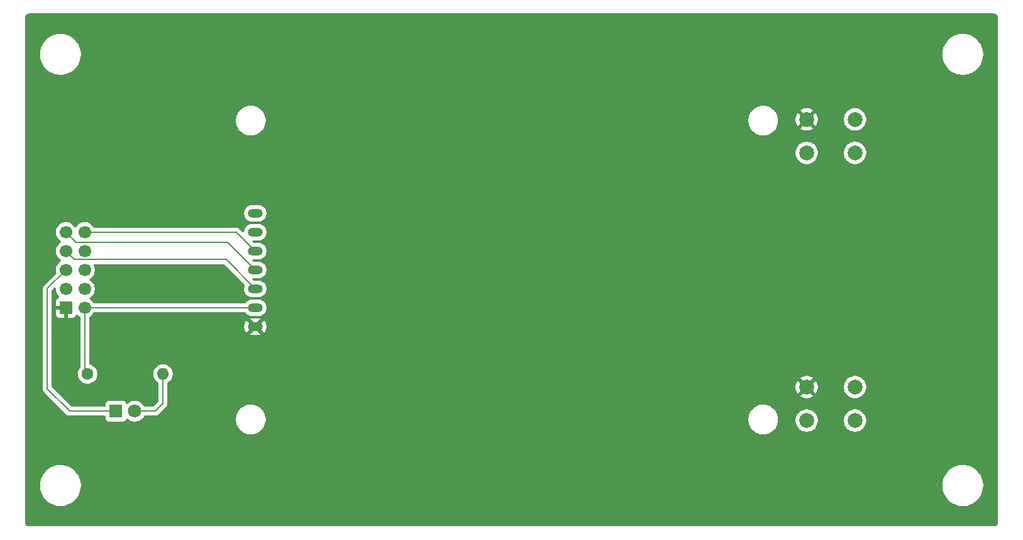
<source format=gbr>
%TF.GenerationSoftware,KiCad,Pcbnew,9.0.3*%
%TF.CreationDate,2025-08-15T10:31:11+02:00*%
%TF.ProjectId,Displaypanel,44697370-6c61-4797-9061-6e656c2e6b69,rev?*%
%TF.SameCoordinates,Original*%
%TF.FileFunction,Copper,L1,Top*%
%TF.FilePolarity,Positive*%
%FSLAX46Y46*%
G04 Gerber Fmt 4.6, Leading zero omitted, Abs format (unit mm)*
G04 Created by KiCad (PCBNEW 9.0.3) date 2025-08-15 10:31:11*
%MOMM*%
%LPD*%
G01*
G04 APERTURE LIST*
%TA.AperFunction,ComponentPad*%
%ADD10O,2.000000X1.200000*%
%TD*%
%TA.AperFunction,ComponentPad*%
%ADD11R,1.800000X1.800000*%
%TD*%
%TA.AperFunction,ComponentPad*%
%ADD12C,1.800000*%
%TD*%
%TA.AperFunction,ComponentPad*%
%ADD13C,2.000000*%
%TD*%
%TA.AperFunction,ComponentPad*%
%ADD14C,1.600000*%
%TD*%
%TA.AperFunction,ComponentPad*%
%ADD15O,1.600000X1.600000*%
%TD*%
%TA.AperFunction,ComponentPad*%
%ADD16R,1.700000X1.700000*%
%TD*%
%TA.AperFunction,ComponentPad*%
%ADD17C,1.700000*%
%TD*%
%TA.AperFunction,Conductor*%
%ADD18C,0.200000*%
%TD*%
G04 APERTURE END LIST*
D10*
%TO.P,U1,1,GND*%
%TO.N,GND*%
X113490000Y-100620000D03*
%TO.P,U1,2,VCC*%
%TO.N,VCC*%
X113490000Y-98080000D03*
%TO.P,U1,3,SCL*%
%TO.N,SCL*%
X113490000Y-95540000D03*
%TO.P,U1,4,SDA*%
%TO.N,SDA*%
X113490000Y-93000000D03*
%TO.P,U1,5,RES*%
%TO.N,RST*%
X113490000Y-90460000D03*
%TO.P,U1,6,DC*%
%TO.N,DC*%
X113490000Y-87920000D03*
%TO.P,U1,7,CS*%
%TO.N,CS*%
X113490000Y-85380000D03*
%TD*%
D11*
%TO.P,D1,1,K*%
%TO.N,STATE*%
X94730000Y-112000000D03*
D12*
%TO.P,D1,2,A*%
%TO.N,Net-(D1-A)*%
X97270000Y-112000000D03*
%TD*%
D13*
%TO.P,SW2,1,1*%
%TO.N,GND*%
X187750000Y-72750000D03*
%TO.P,SW2,2,2*%
%TO.N,Reset*%
X187750000Y-77250000D03*
%TO.P,SW2,3,3*%
%TO.N,unconnected-(SW2-Pad3)*%
X194250000Y-72750000D03*
%TO.P,SW2,4,4*%
%TO.N,unconnected-(SW2-Pad4)*%
X194250000Y-77250000D03*
%TD*%
%TO.P,SW1,1,1*%
%TO.N,GND*%
X187750000Y-108750000D03*
%TO.P,SW1,2,2*%
%TO.N,MODE*%
X187750000Y-113250000D03*
%TO.P,SW1,3,3*%
%TO.N,unconnected-(SW1-Pad3)*%
X194250000Y-108750000D03*
%TO.P,SW1,4,4*%
%TO.N,unconnected-(SW1-Pad4)*%
X194250000Y-113250000D03*
%TD*%
D14*
%TO.P,R1,1*%
%TO.N,VCC*%
X90920000Y-107000000D03*
D15*
%TO.P,R1,2*%
%TO.N,Net-(D1-A)*%
X101080000Y-107000000D03*
%TD*%
D16*
%TO.P,J1,1,Pin_1*%
%TO.N,GND*%
X88000000Y-98080000D03*
D17*
%TO.P,J1,2,Pin_2*%
%TO.N,VCC*%
X90540000Y-98080000D03*
%TO.P,J1,3,Pin_3*%
%TO.N,MODE*%
X88000000Y-95540000D03*
%TO.P,J1,4,Pin_4*%
%TO.N,Reset*%
X90540000Y-95540000D03*
%TO.P,J1,5,Pin_5*%
%TO.N,STATE*%
X88000000Y-93000000D03*
%TO.P,J1,6,Pin_6*%
%TO.N,CS*%
X90540000Y-93000000D03*
%TO.P,J1,7,Pin_7*%
%TO.N,SCL*%
X88000000Y-90460000D03*
%TO.P,J1,8,Pin_8*%
%TO.N,DC*%
X90540000Y-90460000D03*
%TO.P,J1,9,Pin_9*%
%TO.N,SDA*%
X88000000Y-87920000D03*
%TO.P,J1,10,Pin_10*%
%TO.N,RST*%
X90540000Y-87920000D03*
%TD*%
D18*
%TO.N,Net-(D1-A)*%
X101080000Y-107000000D02*
X101080000Y-110920000D01*
X101080000Y-110920000D02*
X100000000Y-112000000D01*
X100000000Y-112000000D02*
X97270000Y-112000000D01*
%TO.N,STATE*%
X85500000Y-109000000D02*
X88500000Y-112000000D01*
X88000000Y-93000000D02*
X85500000Y-95500000D01*
X88500000Y-112000000D02*
X94730000Y-112000000D01*
X85500000Y-95500000D02*
X85500000Y-109000000D01*
%TO.N,RST*%
X110950000Y-87920000D02*
X90540000Y-87920000D01*
X113490000Y-90460000D02*
X110950000Y-87920000D01*
%TO.N,SDA*%
X89389000Y-89309000D02*
X109799000Y-89309000D01*
X88000000Y-87920000D02*
X89389000Y-89309000D01*
X109799000Y-89309000D02*
X113490000Y-93000000D01*
%TO.N,VCC*%
X90540000Y-106620000D02*
X90920000Y-107000000D01*
X113490000Y-98080000D02*
X90540000Y-98080000D01*
X90540000Y-98080000D02*
X90540000Y-106620000D01*
%TO.N,SCL*%
X109561000Y-91611000D02*
X109000000Y-91611000D01*
X89151000Y-91611000D02*
X88000000Y-90460000D01*
X113490000Y-95540000D02*
X109561000Y-91611000D01*
X89151000Y-91611000D02*
X109000000Y-91611000D01*
%TD*%
%TA.AperFunction,Conductor*%
%TO.N,GND*%
G36*
X213006912Y-58501278D02*
G01*
X213097272Y-58511460D01*
X213124332Y-58517637D01*
X213203538Y-58545352D01*
X213228548Y-58557396D01*
X213299605Y-58602044D01*
X213321311Y-58619355D01*
X213380643Y-58678687D01*
X213397956Y-58700396D01*
X213442601Y-58771448D01*
X213454648Y-58796465D01*
X213482361Y-58875663D01*
X213488540Y-58902735D01*
X213498719Y-58993077D01*
X213499499Y-59006960D01*
X213499500Y-126934108D01*
X213499500Y-126993038D01*
X213498720Y-127006923D01*
X213488540Y-127097264D01*
X213482362Y-127124333D01*
X213454648Y-127203537D01*
X213442600Y-127228555D01*
X213397957Y-127299604D01*
X213380644Y-127321313D01*
X213321313Y-127380644D01*
X213299604Y-127397957D01*
X213228555Y-127442600D01*
X213203537Y-127454648D01*
X213124333Y-127482362D01*
X213097264Y-127488540D01*
X213017075Y-127497576D01*
X213006921Y-127498720D01*
X212993038Y-127499500D01*
X83006962Y-127499500D01*
X82993078Y-127498720D01*
X82980553Y-127497308D01*
X82902735Y-127488540D01*
X82875666Y-127482362D01*
X82796462Y-127454648D01*
X82771444Y-127442600D01*
X82700395Y-127397957D01*
X82678686Y-127380644D01*
X82619355Y-127321313D01*
X82602042Y-127299604D01*
X82557399Y-127228555D01*
X82545351Y-127203537D01*
X82517637Y-127124333D01*
X82511459Y-127097263D01*
X82501280Y-127006922D01*
X82500500Y-126993038D01*
X82500500Y-121845527D01*
X84499478Y-121845527D01*
X84499478Y-122154472D01*
X84534064Y-122461441D01*
X84534067Y-122461455D01*
X84602810Y-122762641D01*
X84602814Y-122762653D01*
X84704842Y-123054231D01*
X84704848Y-123054245D01*
X84838884Y-123332573D01*
X84838886Y-123332576D01*
X85003247Y-123594156D01*
X85195863Y-123835689D01*
X85414311Y-124054137D01*
X85655844Y-124246753D01*
X85917424Y-124411114D01*
X86195762Y-124545155D01*
X86195768Y-124545157D01*
X86487346Y-124647185D01*
X86487358Y-124647189D01*
X86788544Y-124715933D01*
X86788553Y-124715934D01*
X86788558Y-124715935D01*
X86993204Y-124738992D01*
X87095528Y-124750521D01*
X87095531Y-124750522D01*
X87095534Y-124750522D01*
X87404469Y-124750522D01*
X87404470Y-124750521D01*
X87561356Y-124732844D01*
X87711441Y-124715935D01*
X87711444Y-124715934D01*
X87711456Y-124715933D01*
X88012642Y-124647189D01*
X88304238Y-124545155D01*
X88582576Y-124411114D01*
X88844156Y-124246753D01*
X89085689Y-124054137D01*
X89304137Y-123835689D01*
X89496753Y-123594156D01*
X89661114Y-123332576D01*
X89795155Y-123054238D01*
X89897189Y-122762642D01*
X89965933Y-122461456D01*
X89979470Y-122341315D01*
X90000521Y-122154472D01*
X90000522Y-122154468D01*
X90000522Y-121845531D01*
X90000521Y-121845527D01*
X205999478Y-121845527D01*
X205999478Y-122154472D01*
X206034064Y-122461441D01*
X206034067Y-122461455D01*
X206102810Y-122762641D01*
X206102814Y-122762653D01*
X206204842Y-123054231D01*
X206204848Y-123054245D01*
X206338884Y-123332573D01*
X206338886Y-123332576D01*
X206503247Y-123594156D01*
X206695863Y-123835689D01*
X206914311Y-124054137D01*
X207155844Y-124246753D01*
X207417424Y-124411114D01*
X207695762Y-124545155D01*
X207695768Y-124545157D01*
X207987346Y-124647185D01*
X207987358Y-124647189D01*
X208288544Y-124715933D01*
X208288553Y-124715934D01*
X208288558Y-124715935D01*
X208493204Y-124738992D01*
X208595528Y-124750521D01*
X208595531Y-124750522D01*
X208595534Y-124750522D01*
X208904469Y-124750522D01*
X208904470Y-124750521D01*
X209061356Y-124732844D01*
X209211441Y-124715935D01*
X209211444Y-124715934D01*
X209211456Y-124715933D01*
X209512642Y-124647189D01*
X209804238Y-124545155D01*
X210082576Y-124411114D01*
X210344156Y-124246753D01*
X210585689Y-124054137D01*
X210804137Y-123835689D01*
X210996753Y-123594156D01*
X211161114Y-123332576D01*
X211295155Y-123054238D01*
X211397189Y-122762642D01*
X211465933Y-122461456D01*
X211479470Y-122341315D01*
X211500521Y-122154472D01*
X211500522Y-122154468D01*
X211500522Y-121845531D01*
X211500521Y-121845527D01*
X211465935Y-121538558D01*
X211465934Y-121538553D01*
X211465933Y-121538544D01*
X211397189Y-121237358D01*
X211295155Y-120945762D01*
X211161114Y-120667424D01*
X210996753Y-120405844D01*
X210804137Y-120164311D01*
X210585689Y-119945863D01*
X210344156Y-119753247D01*
X210082576Y-119588886D01*
X210082573Y-119588884D01*
X209804245Y-119454848D01*
X209804231Y-119454842D01*
X209512653Y-119352814D01*
X209512641Y-119352810D01*
X209280199Y-119299757D01*
X209211456Y-119284067D01*
X209211453Y-119284066D01*
X209211441Y-119284064D01*
X208904472Y-119249478D01*
X208904466Y-119249478D01*
X208595534Y-119249478D01*
X208595527Y-119249478D01*
X208288558Y-119284064D01*
X208288544Y-119284067D01*
X207987358Y-119352810D01*
X207987346Y-119352814D01*
X207695768Y-119454842D01*
X207695754Y-119454848D01*
X207417426Y-119588884D01*
X207155845Y-119753246D01*
X206914311Y-119945862D01*
X206695862Y-120164311D01*
X206503246Y-120405845D01*
X206338884Y-120667426D01*
X206204848Y-120945754D01*
X206204842Y-120945768D01*
X206102814Y-121237346D01*
X206102810Y-121237358D01*
X206034067Y-121538544D01*
X206034064Y-121538558D01*
X205999478Y-121845527D01*
X90000521Y-121845527D01*
X89965935Y-121538558D01*
X89965934Y-121538553D01*
X89965933Y-121538544D01*
X89897189Y-121237358D01*
X89795155Y-120945762D01*
X89661114Y-120667424D01*
X89496753Y-120405844D01*
X89304137Y-120164311D01*
X89085689Y-119945863D01*
X88844156Y-119753247D01*
X88582576Y-119588886D01*
X88582573Y-119588884D01*
X88304245Y-119454848D01*
X88304231Y-119454842D01*
X88012653Y-119352814D01*
X88012641Y-119352810D01*
X87780199Y-119299757D01*
X87711456Y-119284067D01*
X87711453Y-119284066D01*
X87711441Y-119284064D01*
X87404472Y-119249478D01*
X87404466Y-119249478D01*
X87095534Y-119249478D01*
X87095527Y-119249478D01*
X86788558Y-119284064D01*
X86788544Y-119284067D01*
X86487358Y-119352810D01*
X86487346Y-119352814D01*
X86195768Y-119454842D01*
X86195754Y-119454848D01*
X85917426Y-119588884D01*
X85655845Y-119753246D01*
X85414311Y-119945862D01*
X85195862Y-120164311D01*
X85003246Y-120405845D01*
X84838884Y-120667426D01*
X84704848Y-120945754D01*
X84704842Y-120945768D01*
X84602814Y-121237346D01*
X84602810Y-121237358D01*
X84534067Y-121538544D01*
X84534064Y-121538558D01*
X84499478Y-121845527D01*
X82500500Y-121845527D01*
X82500500Y-109079054D01*
X84899498Y-109079054D01*
X84899499Y-109079057D01*
X84940423Y-109231785D01*
X84940424Y-109231787D01*
X84940423Y-109231787D01*
X84949553Y-109247599D01*
X84949554Y-109247600D01*
X85019477Y-109368712D01*
X85019481Y-109368717D01*
X85138349Y-109487585D01*
X85138354Y-109487589D01*
X88131284Y-112480520D01*
X88131286Y-112480521D01*
X88131290Y-112480524D01*
X88268209Y-112559573D01*
X88268216Y-112559577D01*
X88420943Y-112600501D01*
X88420945Y-112600501D01*
X88586654Y-112600501D01*
X88586670Y-112600500D01*
X93205501Y-112600500D01*
X93272540Y-112620185D01*
X93318295Y-112672989D01*
X93329501Y-112724500D01*
X93329501Y-112947876D01*
X93335908Y-113007483D01*
X93386202Y-113142328D01*
X93386206Y-113142335D01*
X93472452Y-113257544D01*
X93472455Y-113257547D01*
X93587664Y-113343793D01*
X93587671Y-113343797D01*
X93722517Y-113394091D01*
X93722516Y-113394091D01*
X93729444Y-113394835D01*
X93782127Y-113400500D01*
X95677872Y-113400499D01*
X95737483Y-113394091D01*
X95872331Y-113343796D01*
X95987546Y-113257546D01*
X96073796Y-113142331D01*
X96101429Y-113068243D01*
X96103601Y-113062420D01*
X96145471Y-113006486D01*
X96210936Y-112982068D01*
X96279209Y-112996919D01*
X96307464Y-113018071D01*
X96357636Y-113068243D01*
X96357641Y-113068247D01*
X96445256Y-113131902D01*
X96535978Y-113197815D01*
X96664375Y-113263237D01*
X96732393Y-113297895D01*
X96732396Y-113297896D01*
X96837221Y-113331955D01*
X96942049Y-113366015D01*
X97159778Y-113400500D01*
X97159779Y-113400500D01*
X97380221Y-113400500D01*
X97380222Y-113400500D01*
X97597951Y-113366015D01*
X97807606Y-113297895D01*
X98004022Y-113197815D01*
X98182365Y-113068242D01*
X98281939Y-112968668D01*
X110886170Y-112968668D01*
X110886170Y-113231331D01*
X110886171Y-113231348D01*
X110920454Y-113491756D01*
X110920455Y-113491761D01*
X110920456Y-113491767D01*
X110985948Y-113736189D01*
X110988441Y-113745492D01*
X111088958Y-113988164D01*
X111088966Y-113988180D01*
X111152372Y-114098001D01*
X111220301Y-114215657D01*
X111220303Y-114215660D01*
X111220304Y-114215661D01*
X111380206Y-114424050D01*
X111380212Y-114424057D01*
X111565942Y-114609787D01*
X111565949Y-114609793D01*
X111570289Y-114613123D01*
X111774343Y-114769699D01*
X111920547Y-114854110D01*
X112001819Y-114901033D01*
X112001835Y-114901041D01*
X112132756Y-114955270D01*
X112244508Y-115001559D01*
X112498233Y-115069544D01*
X112758662Y-115103830D01*
X112758669Y-115103830D01*
X113021331Y-115103830D01*
X113021338Y-115103830D01*
X113281767Y-115069544D01*
X113535492Y-115001559D01*
X113726261Y-114922539D01*
X113778164Y-114901041D01*
X113778167Y-114901039D01*
X113778173Y-114901037D01*
X114005657Y-114769699D01*
X114214052Y-114609792D01*
X114399792Y-114424052D01*
X114559699Y-114215657D01*
X114691037Y-113988173D01*
X114691214Y-113987747D01*
X114712539Y-113936261D01*
X114791559Y-113745492D01*
X114859544Y-113491767D01*
X114893830Y-113231338D01*
X114893830Y-112971998D01*
X179886170Y-112971998D01*
X179886170Y-113234661D01*
X179886171Y-113234678D01*
X179920454Y-113495086D01*
X179920455Y-113495091D01*
X179920456Y-113495097D01*
X179920457Y-113495099D01*
X179988441Y-113748822D01*
X180088958Y-113991494D01*
X180088966Y-113991510D01*
X180152372Y-114101331D01*
X180220301Y-114218987D01*
X180220303Y-114218990D01*
X180220304Y-114218991D01*
X180380206Y-114427380D01*
X180380212Y-114427387D01*
X180565942Y-114613117D01*
X180565948Y-114613122D01*
X180774343Y-114773029D01*
X180920547Y-114857440D01*
X181001819Y-114904363D01*
X181001835Y-114904371D01*
X181132756Y-114958600D01*
X181244508Y-115004889D01*
X181498233Y-115072874D01*
X181758662Y-115107160D01*
X181758669Y-115107160D01*
X182021331Y-115107160D01*
X182021338Y-115107160D01*
X182281767Y-115072874D01*
X182535492Y-115004889D01*
X182726261Y-114925869D01*
X182778164Y-114904371D01*
X182778167Y-114904369D01*
X182778173Y-114904367D01*
X183005657Y-114773029D01*
X183214052Y-114613122D01*
X183399792Y-114427382D01*
X183559699Y-114218987D01*
X183691037Y-113991503D01*
X183692414Y-113988180D01*
X183759592Y-113825996D01*
X183791559Y-113748822D01*
X183859544Y-113495097D01*
X183893830Y-113234668D01*
X183893830Y-113131902D01*
X186249500Y-113131902D01*
X186249500Y-113368097D01*
X186286446Y-113601368D01*
X186359433Y-113825996D01*
X186466657Y-114036433D01*
X186605483Y-114227510D01*
X186772490Y-114394517D01*
X186963567Y-114533343D01*
X187062991Y-114584002D01*
X187174003Y-114640566D01*
X187174005Y-114640566D01*
X187174008Y-114640568D01*
X187294412Y-114679689D01*
X187398631Y-114713553D01*
X187631903Y-114750500D01*
X187631908Y-114750500D01*
X187868097Y-114750500D01*
X188101368Y-114713553D01*
X188325992Y-114640568D01*
X188536433Y-114533343D01*
X188727510Y-114394517D01*
X188894517Y-114227510D01*
X189033343Y-114036433D01*
X189140568Y-113825992D01*
X189213553Y-113601368D01*
X189218089Y-113572731D01*
X189250500Y-113368097D01*
X189250500Y-113131902D01*
X192749500Y-113131902D01*
X192749500Y-113368097D01*
X192786446Y-113601368D01*
X192859433Y-113825996D01*
X192966657Y-114036433D01*
X193105483Y-114227510D01*
X193272490Y-114394517D01*
X193463567Y-114533343D01*
X193562991Y-114584002D01*
X193674003Y-114640566D01*
X193674005Y-114640566D01*
X193674008Y-114640568D01*
X193794412Y-114679689D01*
X193898631Y-114713553D01*
X194131903Y-114750500D01*
X194131908Y-114750500D01*
X194368097Y-114750500D01*
X194601368Y-114713553D01*
X194825992Y-114640568D01*
X195036433Y-114533343D01*
X195227510Y-114394517D01*
X195394517Y-114227510D01*
X195533343Y-114036433D01*
X195640568Y-113825992D01*
X195713553Y-113601368D01*
X195718089Y-113572731D01*
X195750500Y-113368097D01*
X195750500Y-113131902D01*
X195713553Y-112898631D01*
X195656974Y-112724500D01*
X195640568Y-112674008D01*
X195640566Y-112674005D01*
X195640566Y-112674003D01*
X195533342Y-112463566D01*
X195394517Y-112272490D01*
X195227510Y-112105483D01*
X195036433Y-111966657D01*
X194825996Y-111859433D01*
X194601368Y-111786446D01*
X194368097Y-111749500D01*
X194368092Y-111749500D01*
X194131908Y-111749500D01*
X194131903Y-111749500D01*
X193898631Y-111786446D01*
X193674003Y-111859433D01*
X193463566Y-111966657D01*
X193354550Y-112045862D01*
X193272490Y-112105483D01*
X193272488Y-112105485D01*
X193272487Y-112105485D01*
X193105485Y-112272487D01*
X193105485Y-112272488D01*
X193105483Y-112272490D01*
X193067476Y-112324802D01*
X192966657Y-112463566D01*
X192859433Y-112674003D01*
X192786446Y-112898631D01*
X192749500Y-113131902D01*
X189250500Y-113131902D01*
X189213553Y-112898631D01*
X189156974Y-112724500D01*
X189140568Y-112674008D01*
X189140566Y-112674005D01*
X189140566Y-112674003D01*
X189033342Y-112463566D01*
X188894517Y-112272490D01*
X188727510Y-112105483D01*
X188536433Y-111966657D01*
X188325996Y-111859433D01*
X188101368Y-111786446D01*
X187868097Y-111749500D01*
X187868092Y-111749500D01*
X187631908Y-111749500D01*
X187631903Y-111749500D01*
X187398631Y-111786446D01*
X187174003Y-111859433D01*
X186963566Y-111966657D01*
X186854550Y-112045862D01*
X186772490Y-112105483D01*
X186772488Y-112105485D01*
X186772487Y-112105485D01*
X186605485Y-112272487D01*
X186605485Y-112272488D01*
X186605483Y-112272490D01*
X186567476Y-112324802D01*
X186466657Y-112463566D01*
X186359433Y-112674003D01*
X186286446Y-112898631D01*
X186249500Y-113131902D01*
X183893830Y-113131902D01*
X183893830Y-112971992D01*
X183859544Y-112711563D01*
X183791559Y-112457838D01*
X183736454Y-112324802D01*
X183691041Y-112215165D01*
X183691033Y-112215149D01*
X183627718Y-112105485D01*
X183559699Y-111987673D01*
X183399792Y-111779278D01*
X183399787Y-111779272D01*
X183214057Y-111593542D01*
X183214050Y-111593536D01*
X183005661Y-111433634D01*
X183005660Y-111433633D01*
X183005657Y-111433631D01*
X182883634Y-111363181D01*
X182778180Y-111302296D01*
X182778164Y-111302288D01*
X182535492Y-111201771D01*
X182523064Y-111198441D01*
X182281767Y-111133786D01*
X182281761Y-111133785D01*
X182281756Y-111133784D01*
X182021348Y-111099501D01*
X182021343Y-111099500D01*
X182021338Y-111099500D01*
X181758662Y-111099500D01*
X181758656Y-111099500D01*
X181758651Y-111099501D01*
X181498243Y-111133784D01*
X181498236Y-111133785D01*
X181498233Y-111133786D01*
X181431041Y-111151790D01*
X181244507Y-111201771D01*
X181001835Y-111302288D01*
X181001819Y-111302296D01*
X180774338Y-111433634D01*
X180565949Y-111593536D01*
X180565942Y-111593542D01*
X180380212Y-111779272D01*
X180380206Y-111779279D01*
X180220304Y-111987668D01*
X180088966Y-112215149D01*
X180088958Y-112215165D01*
X179988441Y-112457837D01*
X179920457Y-112711560D01*
X179920454Y-112711573D01*
X179886171Y-112971981D01*
X179886170Y-112971998D01*
X114893830Y-112971998D01*
X114893830Y-112968662D01*
X114859544Y-112708233D01*
X114791559Y-112454508D01*
X114737833Y-112324802D01*
X114691041Y-112211835D01*
X114691033Y-112211819D01*
X114627628Y-112101999D01*
X114559699Y-111984343D01*
X114463852Y-111859433D01*
X114399793Y-111775949D01*
X114399787Y-111775942D01*
X114214057Y-111590212D01*
X114214050Y-111590206D01*
X114005661Y-111430304D01*
X114005660Y-111430303D01*
X114005657Y-111430301D01*
X113889402Y-111363181D01*
X113778180Y-111298966D01*
X113778164Y-111298958D01*
X113535492Y-111198441D01*
X113281767Y-111130456D01*
X113281761Y-111130455D01*
X113281756Y-111130454D01*
X113021348Y-111096171D01*
X113021343Y-111096170D01*
X113021338Y-111096170D01*
X112758662Y-111096170D01*
X112758656Y-111096170D01*
X112758651Y-111096171D01*
X112498243Y-111130454D01*
X112498236Y-111130455D01*
X112498233Y-111130456D01*
X112418632Y-111151785D01*
X112244507Y-111198441D01*
X112001835Y-111298958D01*
X112001819Y-111298966D01*
X111774338Y-111430304D01*
X111565949Y-111590206D01*
X111565942Y-111590212D01*
X111380212Y-111775942D01*
X111380206Y-111775949D01*
X111220304Y-111984338D01*
X111220301Y-111984342D01*
X111220301Y-111984343D01*
X111211716Y-111999211D01*
X111088966Y-112211819D01*
X111088958Y-112211835D01*
X110988441Y-112454507D01*
X110920457Y-112708230D01*
X110920454Y-112708243D01*
X110886171Y-112968651D01*
X110886170Y-112968668D01*
X98281939Y-112968668D01*
X98338242Y-112912365D01*
X98348220Y-112898632D01*
X98353244Y-112891718D01*
X98467814Y-112734023D01*
X98472667Y-112724500D01*
X98484581Y-112701117D01*
X98501352Y-112668204D01*
X98549326Y-112617409D01*
X98611836Y-112600500D01*
X99913331Y-112600500D01*
X99913347Y-112600501D01*
X99920943Y-112600501D01*
X100079054Y-112600501D01*
X100079057Y-112600501D01*
X100231785Y-112559577D01*
X100281904Y-112530639D01*
X100368716Y-112480520D01*
X100480520Y-112368716D01*
X100480520Y-112368714D01*
X100490728Y-112358507D01*
X100490729Y-112358504D01*
X101560520Y-111288716D01*
X101639577Y-111151784D01*
X101680501Y-110999057D01*
X101680501Y-110840942D01*
X101680501Y-110833347D01*
X101680500Y-110833329D01*
X101680500Y-108631947D01*
X186250000Y-108631947D01*
X186250000Y-108868052D01*
X186286934Y-109101247D01*
X186359897Y-109325802D01*
X186467087Y-109536174D01*
X186527338Y-109619104D01*
X186527340Y-109619105D01*
X187226212Y-108920233D01*
X187237482Y-108962292D01*
X187309890Y-109087708D01*
X187412292Y-109190110D01*
X187537708Y-109262518D01*
X187579765Y-109273787D01*
X186880893Y-109972658D01*
X186963828Y-110032914D01*
X187174197Y-110140102D01*
X187398752Y-110213065D01*
X187398751Y-110213065D01*
X187631948Y-110250000D01*
X187868052Y-110250000D01*
X188101247Y-110213065D01*
X188325802Y-110140102D01*
X188536163Y-110032918D01*
X188536169Y-110032914D01*
X188619104Y-109972658D01*
X188619105Y-109972658D01*
X187920233Y-109273787D01*
X187962292Y-109262518D01*
X188087708Y-109190110D01*
X188190110Y-109087708D01*
X188262518Y-108962292D01*
X188273787Y-108920234D01*
X188972658Y-109619105D01*
X188972658Y-109619104D01*
X189032914Y-109536169D01*
X189032918Y-109536163D01*
X189140102Y-109325802D01*
X189213065Y-109101247D01*
X189250000Y-108868052D01*
X189250000Y-108631947D01*
X189249993Y-108631902D01*
X192749500Y-108631902D01*
X192749500Y-108868097D01*
X192786446Y-109101368D01*
X192859433Y-109325996D01*
X192941770Y-109487590D01*
X192966657Y-109536433D01*
X193105483Y-109727510D01*
X193272490Y-109894517D01*
X193463567Y-110033343D01*
X193562991Y-110084002D01*
X193674003Y-110140566D01*
X193674005Y-110140566D01*
X193674008Y-110140568D01*
X193794412Y-110179689D01*
X193898631Y-110213553D01*
X194131903Y-110250500D01*
X194131908Y-110250500D01*
X194368097Y-110250500D01*
X194601368Y-110213553D01*
X194602870Y-110213065D01*
X194825992Y-110140568D01*
X195036433Y-110033343D01*
X195227510Y-109894517D01*
X195394517Y-109727510D01*
X195533343Y-109536433D01*
X195640568Y-109325992D01*
X195713553Y-109101368D01*
X195717087Y-109079054D01*
X195750500Y-108868097D01*
X195750500Y-108631902D01*
X195713553Y-108398631D01*
X195650709Y-108205220D01*
X195640568Y-108174008D01*
X195640566Y-108174005D01*
X195640566Y-108174003D01*
X195584002Y-108062991D01*
X195533343Y-107963567D01*
X195394517Y-107772490D01*
X195227510Y-107605483D01*
X195036433Y-107466657D01*
X194825996Y-107359433D01*
X194601368Y-107286446D01*
X194368097Y-107249500D01*
X194368092Y-107249500D01*
X194131908Y-107249500D01*
X194131903Y-107249500D01*
X193898631Y-107286446D01*
X193674003Y-107359433D01*
X193463566Y-107466657D01*
X193392484Y-107518302D01*
X193272490Y-107605483D01*
X193272488Y-107605485D01*
X193272487Y-107605485D01*
X193105485Y-107772487D01*
X193105485Y-107772488D01*
X193105483Y-107772490D01*
X193051193Y-107847213D01*
X192966657Y-107963566D01*
X192859433Y-108174003D01*
X192786446Y-108398631D01*
X192749500Y-108631902D01*
X189249993Y-108631902D01*
X189213065Y-108398752D01*
X189140102Y-108174197D01*
X189032914Y-107963828D01*
X188972658Y-107880894D01*
X188972658Y-107880893D01*
X188273787Y-108579765D01*
X188262518Y-108537708D01*
X188190110Y-108412292D01*
X188087708Y-108309890D01*
X187962292Y-108237482D01*
X187920234Y-108226212D01*
X188619105Y-107527340D01*
X188619104Y-107527338D01*
X188536174Y-107467087D01*
X188325802Y-107359897D01*
X188101247Y-107286934D01*
X188101248Y-107286934D01*
X187868052Y-107250000D01*
X187631948Y-107250000D01*
X187398752Y-107286934D01*
X187174197Y-107359897D01*
X186963830Y-107467084D01*
X186880894Y-107527340D01*
X187579766Y-108226212D01*
X187537708Y-108237482D01*
X187412292Y-108309890D01*
X187309890Y-108412292D01*
X187237482Y-108537708D01*
X187226212Y-108579766D01*
X186527340Y-107880894D01*
X186467084Y-107963830D01*
X186359897Y-108174197D01*
X186286934Y-108398752D01*
X186250000Y-108631947D01*
X101680500Y-108631947D01*
X101680500Y-108229601D01*
X101700185Y-108162562D01*
X101748206Y-108119116D01*
X101761610Y-108112287D01*
X101927219Y-107991966D01*
X102071966Y-107847219D01*
X102071968Y-107847215D01*
X102071971Y-107847213D01*
X102126262Y-107772487D01*
X102192287Y-107681610D01*
X102275497Y-107518302D01*
X102285217Y-107499226D01*
X102285217Y-107499222D01*
X102285220Y-107499219D01*
X102348477Y-107304534D01*
X102380500Y-107102352D01*
X102380500Y-106897648D01*
X102348477Y-106695466D01*
X102285220Y-106500781D01*
X102285218Y-106500778D01*
X102285218Y-106500776D01*
X102251503Y-106434607D01*
X102192287Y-106318390D01*
X102184556Y-106307749D01*
X102071971Y-106152786D01*
X101927213Y-106008028D01*
X101761613Y-105887715D01*
X101761612Y-105887714D01*
X101761610Y-105887713D01*
X101704653Y-105858691D01*
X101579223Y-105794781D01*
X101384534Y-105731522D01*
X101209995Y-105703878D01*
X101182352Y-105699500D01*
X100977648Y-105699500D01*
X100953329Y-105703351D01*
X100775465Y-105731522D01*
X100580776Y-105794781D01*
X100398386Y-105887715D01*
X100232786Y-106008028D01*
X100088028Y-106152786D01*
X99967715Y-106318386D01*
X99874781Y-106500776D01*
X99811522Y-106695465D01*
X99779500Y-106897648D01*
X99779500Y-107102351D01*
X99811522Y-107304534D01*
X99874781Y-107499223D01*
X99967715Y-107681613D01*
X100088028Y-107847213D01*
X100088034Y-107847219D01*
X100232781Y-107991966D01*
X100398390Y-108112287D01*
X100411793Y-108119116D01*
X100462589Y-108167088D01*
X100479500Y-108229601D01*
X100479500Y-110619902D01*
X100459815Y-110686941D01*
X100443181Y-110707583D01*
X99787584Y-111363181D01*
X99726261Y-111396666D01*
X99699903Y-111399500D01*
X98611836Y-111399500D01*
X98544797Y-111379815D01*
X98501352Y-111331796D01*
X98467814Y-111265976D01*
X98338247Y-111087641D01*
X98338243Y-111087636D01*
X98182363Y-110931756D01*
X98182358Y-110931752D01*
X98004025Y-110802187D01*
X98004024Y-110802186D01*
X98004022Y-110802185D01*
X97886791Y-110742452D01*
X97807606Y-110702104D01*
X97807603Y-110702103D01*
X97597952Y-110633985D01*
X97489086Y-110616742D01*
X97380222Y-110599500D01*
X97159778Y-110599500D01*
X97087201Y-110610995D01*
X96942047Y-110633985D01*
X96732396Y-110702103D01*
X96732393Y-110702104D01*
X96535974Y-110802187D01*
X96357641Y-110931752D01*
X96357636Y-110931756D01*
X96307463Y-110981929D01*
X96246140Y-111015413D01*
X96176448Y-111010428D01*
X96120515Y-110968557D01*
X96103601Y-110937580D01*
X96073797Y-110857671D01*
X96073793Y-110857664D01*
X95987547Y-110742455D01*
X95987544Y-110742452D01*
X95872335Y-110656206D01*
X95872328Y-110656202D01*
X95737482Y-110605908D01*
X95737483Y-110605908D01*
X95677883Y-110599501D01*
X95677881Y-110599500D01*
X95677873Y-110599500D01*
X95677864Y-110599500D01*
X93782129Y-110599500D01*
X93782123Y-110599501D01*
X93722516Y-110605908D01*
X93587671Y-110656202D01*
X93587664Y-110656206D01*
X93472455Y-110742452D01*
X93472452Y-110742455D01*
X93386206Y-110857664D01*
X93386202Y-110857671D01*
X93335908Y-110992517D01*
X93329501Y-111052116D01*
X93329500Y-111052135D01*
X93329500Y-111275500D01*
X93309815Y-111342539D01*
X93257011Y-111388294D01*
X93205500Y-111399500D01*
X88800098Y-111399500D01*
X88733059Y-111379815D01*
X88712417Y-111363181D01*
X86136819Y-108787583D01*
X86103334Y-108726260D01*
X86100500Y-108699902D01*
X86100500Y-95800096D01*
X86120185Y-95733057D01*
X86136815Y-95712419D01*
X86437819Y-95411414D01*
X86499142Y-95377930D01*
X86568834Y-95382914D01*
X86624767Y-95424786D01*
X86649184Y-95490250D01*
X86649500Y-95499096D01*
X86649500Y-95646287D01*
X86682754Y-95856243D01*
X86717261Y-95962445D01*
X86748444Y-96058414D01*
X86844951Y-96247820D01*
X86969890Y-96419786D01*
X87083818Y-96533714D01*
X87117303Y-96595037D01*
X87112319Y-96664729D01*
X87070447Y-96720662D01*
X87039471Y-96737577D01*
X86907912Y-96786646D01*
X86907906Y-96786649D01*
X86792812Y-96872809D01*
X86792809Y-96872812D01*
X86706649Y-96987906D01*
X86706645Y-96987913D01*
X86656403Y-97122620D01*
X86656401Y-97122627D01*
X86650000Y-97182155D01*
X86650000Y-97830000D01*
X87566988Y-97830000D01*
X87534075Y-97887007D01*
X87500000Y-98014174D01*
X87500000Y-98145826D01*
X87534075Y-98272993D01*
X87566988Y-98330000D01*
X86650000Y-98330000D01*
X86650000Y-98977844D01*
X86656401Y-99037372D01*
X86656403Y-99037379D01*
X86706645Y-99172086D01*
X86706649Y-99172093D01*
X86792809Y-99287187D01*
X86792812Y-99287190D01*
X86907906Y-99373350D01*
X86907913Y-99373354D01*
X87042620Y-99423596D01*
X87042627Y-99423598D01*
X87102155Y-99429999D01*
X87102172Y-99430000D01*
X87750000Y-99430000D01*
X87750000Y-98513012D01*
X87807007Y-98545925D01*
X87934174Y-98580000D01*
X88065826Y-98580000D01*
X88192993Y-98545925D01*
X88250000Y-98513012D01*
X88250000Y-99430000D01*
X88897828Y-99430000D01*
X88897844Y-99429999D01*
X88957372Y-99423598D01*
X88957379Y-99423596D01*
X89092086Y-99373354D01*
X89092093Y-99373350D01*
X89207187Y-99287190D01*
X89207190Y-99287187D01*
X89293350Y-99172093D01*
X89293354Y-99172086D01*
X89342422Y-99040529D01*
X89384293Y-98984595D01*
X89449757Y-98960178D01*
X89518030Y-98975030D01*
X89546285Y-98996181D01*
X89660213Y-99110109D01*
X89832184Y-99235051D01*
X89832184Y-99235052D01*
X89871793Y-99255233D01*
X89922590Y-99303206D01*
X89939500Y-99365718D01*
X89939500Y-106096708D01*
X89919815Y-106163747D01*
X89915819Y-106169593D01*
X89807712Y-106318390D01*
X89714781Y-106500776D01*
X89651522Y-106695465D01*
X89619500Y-106897648D01*
X89619500Y-107102351D01*
X89651522Y-107304534D01*
X89714781Y-107499223D01*
X89807715Y-107681613D01*
X89928028Y-107847213D01*
X90072786Y-107991971D01*
X90227749Y-108104556D01*
X90238390Y-108112287D01*
X90319499Y-108153614D01*
X90420776Y-108205218D01*
X90420778Y-108205218D01*
X90420781Y-108205220D01*
X90495818Y-108229601D01*
X90615465Y-108268477D01*
X90716557Y-108284488D01*
X90817648Y-108300500D01*
X90817649Y-108300500D01*
X91022351Y-108300500D01*
X91022352Y-108300500D01*
X91224534Y-108268477D01*
X91419219Y-108205220D01*
X91601610Y-108112287D01*
X91694590Y-108044732D01*
X91767213Y-107991971D01*
X91767215Y-107991968D01*
X91767219Y-107991966D01*
X91911966Y-107847219D01*
X91911968Y-107847215D01*
X91911971Y-107847213D01*
X91966262Y-107772487D01*
X92032287Y-107681610D01*
X92125220Y-107499219D01*
X92188477Y-107304534D01*
X92220500Y-107102352D01*
X92220500Y-106897648D01*
X92188477Y-106695466D01*
X92125220Y-106500781D01*
X92125218Y-106500778D01*
X92125218Y-106500776D01*
X92091503Y-106434607D01*
X92032287Y-106318390D01*
X92024556Y-106307749D01*
X91911971Y-106152786D01*
X91767213Y-106008028D01*
X91601613Y-105887715D01*
X91601612Y-105887714D01*
X91601610Y-105887713D01*
X91544653Y-105858691D01*
X91419223Y-105794781D01*
X91226181Y-105732058D01*
X91168506Y-105692620D01*
X91141308Y-105628261D01*
X91140500Y-105614127D01*
X91140500Y-100533428D01*
X111990000Y-100533428D01*
X111990000Y-100706571D01*
X112017085Y-100877584D01*
X112070591Y-101042257D01*
X112149195Y-101196524D01*
X112250967Y-101336602D01*
X112335406Y-101421041D01*
X113090000Y-100666447D01*
X113090000Y-100672661D01*
X113117259Y-100774394D01*
X113169920Y-100865606D01*
X113244394Y-100940080D01*
X113335606Y-100992741D01*
X113437339Y-101020000D01*
X113443552Y-101020000D01*
X112785787Y-101677762D01*
X112832419Y-101692914D01*
X113003429Y-101720000D01*
X113976571Y-101720000D01*
X114147582Y-101692914D01*
X114147585Y-101692913D01*
X114194211Y-101677763D01*
X114194211Y-101677762D01*
X113536448Y-101020000D01*
X113542661Y-101020000D01*
X113644394Y-100992741D01*
X113735606Y-100940080D01*
X113810080Y-100865606D01*
X113862741Y-100774394D01*
X113890000Y-100672661D01*
X113890000Y-100666449D01*
X114644592Y-101421041D01*
X114644593Y-101421041D01*
X114729033Y-101336601D01*
X114830804Y-101196524D01*
X114909408Y-101042257D01*
X114962914Y-100877584D01*
X114990000Y-100706571D01*
X114990000Y-100533428D01*
X114962914Y-100362415D01*
X114909408Y-100197742D01*
X114830804Y-100043475D01*
X114729032Y-99903397D01*
X114644593Y-99818958D01*
X114644592Y-99818958D01*
X113890000Y-100573550D01*
X113890000Y-100567339D01*
X113862741Y-100465606D01*
X113810080Y-100374394D01*
X113735606Y-100299920D01*
X113644394Y-100247259D01*
X113542661Y-100220000D01*
X113536449Y-100220000D01*
X114194211Y-99562236D01*
X114194211Y-99562235D01*
X114147586Y-99547086D01*
X113976571Y-99520000D01*
X113003429Y-99520000D01*
X112832414Y-99547086D01*
X112785788Y-99562235D01*
X112785788Y-99562236D01*
X113443552Y-100220000D01*
X113437339Y-100220000D01*
X113335606Y-100247259D01*
X113244394Y-100299920D01*
X113169920Y-100374394D01*
X113117259Y-100465606D01*
X113090000Y-100567339D01*
X113090000Y-100573552D01*
X112335406Y-99818958D01*
X112250966Y-99903398D01*
X112149198Y-100043471D01*
X112070591Y-100197742D01*
X112017085Y-100362415D01*
X111990000Y-100533428D01*
X91140500Y-100533428D01*
X91140500Y-99365718D01*
X91160185Y-99298679D01*
X91208207Y-99255233D01*
X91247815Y-99235052D01*
X91247815Y-99235051D01*
X91247816Y-99235051D01*
X91360197Y-99153402D01*
X91419786Y-99110109D01*
X91419788Y-99110106D01*
X91419792Y-99110104D01*
X91570104Y-98959792D01*
X91570106Y-98959788D01*
X91570109Y-98959786D01*
X91688429Y-98796930D01*
X91695051Y-98787816D01*
X91695349Y-98787230D01*
X91715235Y-98748205D01*
X91763209Y-98697409D01*
X91825719Y-98680500D01*
X112102815Y-98680500D01*
X112169854Y-98700185D01*
X112203131Y-98731612D01*
X112250586Y-98796928D01*
X112373072Y-98919414D01*
X112513212Y-99021232D01*
X112667555Y-99099873D01*
X112832299Y-99153402D01*
X113003389Y-99180500D01*
X113003390Y-99180500D01*
X113976610Y-99180500D01*
X113976611Y-99180500D01*
X114147701Y-99153402D01*
X114312445Y-99099873D01*
X114466788Y-99021232D01*
X114606928Y-98919414D01*
X114729414Y-98796928D01*
X114831232Y-98656788D01*
X114909873Y-98502445D01*
X114963402Y-98337701D01*
X114990500Y-98166611D01*
X114990500Y-97993389D01*
X114963402Y-97822299D01*
X114909873Y-97657555D01*
X114831232Y-97503212D01*
X114729414Y-97363072D01*
X114606928Y-97240586D01*
X114466788Y-97138768D01*
X114312445Y-97060127D01*
X114147701Y-97006598D01*
X114147699Y-97006597D01*
X114147698Y-97006597D01*
X114016271Y-96985781D01*
X113976611Y-96979500D01*
X113003389Y-96979500D01*
X112963728Y-96985781D01*
X112832302Y-97006597D01*
X112667552Y-97060128D01*
X112513211Y-97138768D01*
X112478732Y-97163819D01*
X112373072Y-97240586D01*
X112373070Y-97240588D01*
X112373069Y-97240588D01*
X112250588Y-97363069D01*
X112250588Y-97363070D01*
X112250586Y-97363072D01*
X112215187Y-97411795D01*
X112203133Y-97428386D01*
X112147803Y-97471051D01*
X112102815Y-97479500D01*
X91825719Y-97479500D01*
X91758680Y-97459815D01*
X91715235Y-97411795D01*
X91695052Y-97372185D01*
X91695051Y-97372184D01*
X91570109Y-97200213D01*
X91419786Y-97049890D01*
X91247820Y-96924951D01*
X91247115Y-96924591D01*
X91239054Y-96920485D01*
X91188259Y-96872512D01*
X91171463Y-96804692D01*
X91193999Y-96738556D01*
X91239054Y-96699515D01*
X91247816Y-96695051D01*
X91337020Y-96630241D01*
X91419786Y-96570109D01*
X91419788Y-96570106D01*
X91419792Y-96570104D01*
X91570104Y-96419792D01*
X91570106Y-96419788D01*
X91570109Y-96419786D01*
X91695048Y-96247820D01*
X91695047Y-96247820D01*
X91695051Y-96247816D01*
X91791557Y-96058412D01*
X91857246Y-95856243D01*
X91890500Y-95646287D01*
X91890500Y-95433713D01*
X91857246Y-95223757D01*
X91791557Y-95021588D01*
X91695051Y-94832184D01*
X91695049Y-94832181D01*
X91695048Y-94832179D01*
X91570109Y-94660213D01*
X91419786Y-94509890D01*
X91247820Y-94384951D01*
X91247115Y-94384591D01*
X91239054Y-94380485D01*
X91188259Y-94332512D01*
X91171463Y-94264692D01*
X91193999Y-94198556D01*
X91239054Y-94159515D01*
X91247816Y-94155051D01*
X91349749Y-94080993D01*
X91419786Y-94030109D01*
X91419788Y-94030106D01*
X91419792Y-94030104D01*
X91570104Y-93879792D01*
X91570106Y-93879788D01*
X91570109Y-93879786D01*
X91695048Y-93707820D01*
X91695047Y-93707820D01*
X91695051Y-93707816D01*
X91791557Y-93518412D01*
X91857246Y-93316243D01*
X91890500Y-93106287D01*
X91890500Y-92893713D01*
X91857246Y-92683757D01*
X91791557Y-92481588D01*
X91745804Y-92391794D01*
X91732909Y-92323126D01*
X91759185Y-92258385D01*
X91816291Y-92218128D01*
X91856290Y-92211500D01*
X108920943Y-92211500D01*
X109260903Y-92211500D01*
X109327942Y-92231185D01*
X109348584Y-92247819D01*
X112056443Y-94955678D01*
X112089928Y-95017001D01*
X112084944Y-95086693D01*
X112079250Y-95099648D01*
X112070125Y-95117557D01*
X112016597Y-95282301D01*
X111989500Y-95453389D01*
X111989500Y-95626610D01*
X112008842Y-95748735D01*
X112016598Y-95797701D01*
X112070127Y-95962445D01*
X112148768Y-96116788D01*
X112250586Y-96256928D01*
X112373072Y-96379414D01*
X112513212Y-96481232D01*
X112667555Y-96559873D01*
X112832299Y-96613402D01*
X113003389Y-96640500D01*
X113003390Y-96640500D01*
X113976610Y-96640500D01*
X113976611Y-96640500D01*
X114147701Y-96613402D01*
X114312445Y-96559873D01*
X114466788Y-96481232D01*
X114606928Y-96379414D01*
X114729414Y-96256928D01*
X114831232Y-96116788D01*
X114909873Y-95962445D01*
X114963402Y-95797701D01*
X114990500Y-95626611D01*
X114990500Y-95453389D01*
X114963402Y-95282299D01*
X114909873Y-95117555D01*
X114831232Y-94963212D01*
X114729414Y-94823072D01*
X114606928Y-94700586D01*
X114466788Y-94598768D01*
X114312445Y-94520127D01*
X114147701Y-94466598D01*
X114147699Y-94466597D01*
X114147698Y-94466597D01*
X114016271Y-94445781D01*
X113976611Y-94439500D01*
X113976610Y-94439500D01*
X113290097Y-94439500D01*
X113260656Y-94430855D01*
X113230670Y-94424332D01*
X113225654Y-94420577D01*
X113223058Y-94419815D01*
X113202416Y-94403181D01*
X113111416Y-94312181D01*
X113077931Y-94250858D01*
X113082915Y-94181166D01*
X113124787Y-94125233D01*
X113190251Y-94100816D01*
X113199097Y-94100500D01*
X113976610Y-94100500D01*
X113976611Y-94100500D01*
X114147701Y-94073402D01*
X114312445Y-94019873D01*
X114466788Y-93941232D01*
X114606928Y-93839414D01*
X114729414Y-93716928D01*
X114831232Y-93576788D01*
X114909873Y-93422445D01*
X114963402Y-93257701D01*
X114990500Y-93086611D01*
X114990500Y-92913389D01*
X114963402Y-92742299D01*
X114909873Y-92577555D01*
X114831232Y-92423212D01*
X114729414Y-92283072D01*
X114606928Y-92160586D01*
X114466788Y-92058768D01*
X114312445Y-91980127D01*
X114147701Y-91926598D01*
X114147699Y-91926597D01*
X114147698Y-91926597D01*
X114016271Y-91905781D01*
X113976611Y-91899500D01*
X113976610Y-91899500D01*
X113290097Y-91899500D01*
X113260656Y-91890855D01*
X113230670Y-91884332D01*
X113225654Y-91880577D01*
X113223058Y-91879815D01*
X113202416Y-91863181D01*
X113111416Y-91772181D01*
X113077931Y-91710858D01*
X113082915Y-91641166D01*
X113124787Y-91585233D01*
X113190251Y-91560816D01*
X113199097Y-91560500D01*
X113976610Y-91560500D01*
X113976611Y-91560500D01*
X114147701Y-91533402D01*
X114312445Y-91479873D01*
X114466788Y-91401232D01*
X114606928Y-91299414D01*
X114729414Y-91176928D01*
X114831232Y-91036788D01*
X114909873Y-90882445D01*
X114963402Y-90717701D01*
X114990500Y-90546611D01*
X114990500Y-90373389D01*
X114963402Y-90202299D01*
X114909873Y-90037555D01*
X114831232Y-89883212D01*
X114729414Y-89743072D01*
X114606928Y-89620586D01*
X114466788Y-89518768D01*
X114312445Y-89440127D01*
X114147701Y-89386598D01*
X114147699Y-89386597D01*
X114147698Y-89386597D01*
X114016271Y-89365781D01*
X113976611Y-89359500D01*
X113976610Y-89359500D01*
X113290097Y-89359500D01*
X113260656Y-89350855D01*
X113230670Y-89344332D01*
X113225654Y-89340577D01*
X113223058Y-89339815D01*
X113202416Y-89323181D01*
X113111416Y-89232181D01*
X113077931Y-89170858D01*
X113082915Y-89101166D01*
X113124787Y-89045233D01*
X113190251Y-89020816D01*
X113199097Y-89020500D01*
X113976610Y-89020500D01*
X113976611Y-89020500D01*
X114147701Y-88993402D01*
X114312445Y-88939873D01*
X114466788Y-88861232D01*
X114606928Y-88759414D01*
X114729414Y-88636928D01*
X114831232Y-88496788D01*
X114909873Y-88342445D01*
X114963402Y-88177701D01*
X114990500Y-88006611D01*
X114990500Y-87833389D01*
X114963402Y-87662299D01*
X114909873Y-87497555D01*
X114831232Y-87343212D01*
X114729414Y-87203072D01*
X114606928Y-87080586D01*
X114466788Y-86978768D01*
X114312445Y-86900127D01*
X114147701Y-86846598D01*
X114147699Y-86846597D01*
X114147698Y-86846597D01*
X114016271Y-86825781D01*
X113976611Y-86819500D01*
X113003389Y-86819500D01*
X112963728Y-86825781D01*
X112832302Y-86846597D01*
X112667552Y-86900128D01*
X112513211Y-86978768D01*
X112433256Y-87036859D01*
X112373072Y-87080586D01*
X112373070Y-87080588D01*
X112373069Y-87080588D01*
X112250588Y-87203069D01*
X112250588Y-87203070D01*
X112250586Y-87203072D01*
X112243966Y-87212184D01*
X112148768Y-87343211D01*
X112070128Y-87497552D01*
X112016597Y-87662302D01*
X111989713Y-87832041D01*
X111959784Y-87895176D01*
X111900472Y-87932107D01*
X111830610Y-87931109D01*
X111779559Y-87900324D01*
X111437590Y-87558355D01*
X111437588Y-87558352D01*
X111318717Y-87439481D01*
X111318716Y-87439480D01*
X111231904Y-87389360D01*
X111231904Y-87389359D01*
X111231900Y-87389358D01*
X111181785Y-87360423D01*
X111029057Y-87319499D01*
X110870943Y-87319499D01*
X110863347Y-87319499D01*
X110863331Y-87319500D01*
X91825719Y-87319500D01*
X91758680Y-87299815D01*
X91715235Y-87251795D01*
X91695052Y-87212185D01*
X91695051Y-87212184D01*
X91570109Y-87040213D01*
X91419786Y-86889890D01*
X91247820Y-86764951D01*
X91058414Y-86668444D01*
X91058413Y-86668443D01*
X91058412Y-86668443D01*
X90856243Y-86602754D01*
X90856241Y-86602753D01*
X90856240Y-86602753D01*
X90694957Y-86577208D01*
X90646287Y-86569500D01*
X90433713Y-86569500D01*
X90385042Y-86577208D01*
X90223760Y-86602753D01*
X90021585Y-86668444D01*
X89832179Y-86764951D01*
X89660213Y-86889890D01*
X89509890Y-87040213D01*
X89384949Y-87212182D01*
X89380484Y-87220946D01*
X89332509Y-87271742D01*
X89264688Y-87288536D01*
X89198553Y-87265998D01*
X89159516Y-87220946D01*
X89155050Y-87212182D01*
X89030109Y-87040213D01*
X88879786Y-86889890D01*
X88707820Y-86764951D01*
X88518414Y-86668444D01*
X88518413Y-86668443D01*
X88518412Y-86668443D01*
X88316243Y-86602754D01*
X88316241Y-86602753D01*
X88316240Y-86602753D01*
X88154957Y-86577208D01*
X88106287Y-86569500D01*
X87893713Y-86569500D01*
X87845042Y-86577208D01*
X87683760Y-86602753D01*
X87481585Y-86668444D01*
X87292179Y-86764951D01*
X87120213Y-86889890D01*
X86969890Y-87040213D01*
X86844951Y-87212179D01*
X86748444Y-87401585D01*
X86682753Y-87603760D01*
X86673481Y-87662302D01*
X86649500Y-87813713D01*
X86649500Y-88026287D01*
X86682754Y-88236243D01*
X86717261Y-88342445D01*
X86748444Y-88438414D01*
X86844951Y-88627820D01*
X86969890Y-88799786D01*
X87120213Y-88950109D01*
X87292182Y-89075050D01*
X87300946Y-89079516D01*
X87351742Y-89127491D01*
X87368536Y-89195312D01*
X87345998Y-89261447D01*
X87300946Y-89300484D01*
X87292182Y-89304949D01*
X87120213Y-89429890D01*
X86969890Y-89580213D01*
X86844951Y-89752179D01*
X86748444Y-89941585D01*
X86682753Y-90143760D01*
X86673481Y-90202301D01*
X86649500Y-90353713D01*
X86649500Y-90566287D01*
X86682754Y-90776243D01*
X86717261Y-90882445D01*
X86748444Y-90978414D01*
X86844951Y-91167820D01*
X86969890Y-91339786D01*
X87120213Y-91490109D01*
X87292182Y-91615050D01*
X87300946Y-91619516D01*
X87351742Y-91667491D01*
X87368536Y-91735312D01*
X87345998Y-91801447D01*
X87300946Y-91840484D01*
X87292182Y-91844949D01*
X87120213Y-91969890D01*
X86969890Y-92120213D01*
X86844951Y-92292179D01*
X86748444Y-92481585D01*
X86682753Y-92683760D01*
X86649500Y-92893713D01*
X86649500Y-93106286D01*
X86682754Y-93316244D01*
X86682754Y-93316247D01*
X86696491Y-93358523D01*
X86698486Y-93428364D01*
X86666241Y-93484522D01*
X85131286Y-95019478D01*
X85019481Y-95131282D01*
X85019479Y-95131285D01*
X84969361Y-95218094D01*
X84969359Y-95218096D01*
X84940425Y-95268209D01*
X84940424Y-95268210D01*
X84936648Y-95282302D01*
X84899499Y-95420943D01*
X84899499Y-95579057D01*
X84899499Y-95579059D01*
X84899500Y-95589053D01*
X84899500Y-108913330D01*
X84899499Y-108913348D01*
X84899499Y-109079054D01*
X84899498Y-109079054D01*
X82500500Y-109079054D01*
X82500500Y-85293389D01*
X111989500Y-85293389D01*
X111989500Y-85466611D01*
X112016598Y-85637701D01*
X112070127Y-85802445D01*
X112148768Y-85956788D01*
X112250586Y-86096928D01*
X112373072Y-86219414D01*
X112513212Y-86321232D01*
X112667555Y-86399873D01*
X112832299Y-86453402D01*
X113003389Y-86480500D01*
X113003390Y-86480500D01*
X113976610Y-86480500D01*
X113976611Y-86480500D01*
X114147701Y-86453402D01*
X114312445Y-86399873D01*
X114466788Y-86321232D01*
X114606928Y-86219414D01*
X114729414Y-86096928D01*
X114831232Y-85956788D01*
X114909873Y-85802445D01*
X114963402Y-85637701D01*
X114990500Y-85466611D01*
X114990500Y-85293389D01*
X114963402Y-85122299D01*
X114909873Y-84957555D01*
X114831232Y-84803212D01*
X114729414Y-84663072D01*
X114606928Y-84540586D01*
X114466788Y-84438768D01*
X114312445Y-84360127D01*
X114147701Y-84306598D01*
X114147699Y-84306597D01*
X114147698Y-84306597D01*
X114016271Y-84285781D01*
X113976611Y-84279500D01*
X113003389Y-84279500D01*
X112963728Y-84285781D01*
X112832302Y-84306597D01*
X112667552Y-84360128D01*
X112513211Y-84438768D01*
X112433256Y-84496859D01*
X112373072Y-84540586D01*
X112373070Y-84540588D01*
X112373069Y-84540588D01*
X112250588Y-84663069D01*
X112250588Y-84663070D01*
X112250586Y-84663072D01*
X112206859Y-84723256D01*
X112148768Y-84803211D01*
X112070128Y-84957552D01*
X112016597Y-85122302D01*
X111989500Y-85293389D01*
X82500500Y-85293389D01*
X82500500Y-77131902D01*
X186249500Y-77131902D01*
X186249500Y-77368097D01*
X186286446Y-77601368D01*
X186359433Y-77825996D01*
X186466657Y-78036433D01*
X186605483Y-78227510D01*
X186772490Y-78394517D01*
X186963567Y-78533343D01*
X187062991Y-78584002D01*
X187174003Y-78640566D01*
X187174005Y-78640566D01*
X187174008Y-78640568D01*
X187294412Y-78679689D01*
X187398631Y-78713553D01*
X187631903Y-78750500D01*
X187631908Y-78750500D01*
X187868097Y-78750500D01*
X188101368Y-78713553D01*
X188325992Y-78640568D01*
X188536433Y-78533343D01*
X188727510Y-78394517D01*
X188894517Y-78227510D01*
X189033343Y-78036433D01*
X189140568Y-77825992D01*
X189213553Y-77601368D01*
X189250500Y-77368097D01*
X189250500Y-77131902D01*
X192749500Y-77131902D01*
X192749500Y-77368097D01*
X192786446Y-77601368D01*
X192859433Y-77825996D01*
X192966657Y-78036433D01*
X193105483Y-78227510D01*
X193272490Y-78394517D01*
X193463567Y-78533343D01*
X193562991Y-78584002D01*
X193674003Y-78640566D01*
X193674005Y-78640566D01*
X193674008Y-78640568D01*
X193794412Y-78679689D01*
X193898631Y-78713553D01*
X194131903Y-78750500D01*
X194131908Y-78750500D01*
X194368097Y-78750500D01*
X194601368Y-78713553D01*
X194825992Y-78640568D01*
X195036433Y-78533343D01*
X195227510Y-78394517D01*
X195394517Y-78227510D01*
X195533343Y-78036433D01*
X195640568Y-77825992D01*
X195713553Y-77601368D01*
X195750500Y-77368097D01*
X195750500Y-77131902D01*
X195713553Y-76898631D01*
X195640566Y-76674003D01*
X195533342Y-76463566D01*
X195394517Y-76272490D01*
X195227510Y-76105483D01*
X195036433Y-75966657D01*
X194825996Y-75859433D01*
X194601368Y-75786446D01*
X194368097Y-75749500D01*
X194368092Y-75749500D01*
X194131908Y-75749500D01*
X194131903Y-75749500D01*
X193898631Y-75786446D01*
X193674003Y-75859433D01*
X193463566Y-75966657D01*
X193354550Y-76045862D01*
X193272490Y-76105483D01*
X193272488Y-76105485D01*
X193272487Y-76105485D01*
X193105485Y-76272487D01*
X193105485Y-76272488D01*
X193105483Y-76272490D01*
X193045862Y-76354550D01*
X192966657Y-76463566D01*
X192859433Y-76674003D01*
X192786446Y-76898631D01*
X192749500Y-77131902D01*
X189250500Y-77131902D01*
X189213553Y-76898631D01*
X189140566Y-76674003D01*
X189033342Y-76463566D01*
X188894517Y-76272490D01*
X188727510Y-76105483D01*
X188536433Y-75966657D01*
X188325996Y-75859433D01*
X188101368Y-75786446D01*
X187868097Y-75749500D01*
X187868092Y-75749500D01*
X187631908Y-75749500D01*
X187631903Y-75749500D01*
X187398631Y-75786446D01*
X187174003Y-75859433D01*
X186963566Y-75966657D01*
X186854550Y-76045862D01*
X186772490Y-76105483D01*
X186772488Y-76105485D01*
X186772487Y-76105485D01*
X186605485Y-76272487D01*
X186605485Y-76272488D01*
X186605483Y-76272490D01*
X186545862Y-76354550D01*
X186466657Y-76463566D01*
X186359433Y-76674003D01*
X186286446Y-76898631D01*
X186249500Y-77131902D01*
X82500500Y-77131902D01*
X82500500Y-72768668D01*
X110886170Y-72768668D01*
X110886170Y-73031331D01*
X110886171Y-73031348D01*
X110920454Y-73291756D01*
X110920455Y-73291761D01*
X110920456Y-73291767D01*
X110920457Y-73291769D01*
X110988441Y-73545492D01*
X111088958Y-73788164D01*
X111088966Y-73788180D01*
X111152372Y-73898001D01*
X111220301Y-74015657D01*
X111220303Y-74015660D01*
X111220304Y-74015661D01*
X111380206Y-74224050D01*
X111380212Y-74224057D01*
X111565942Y-74409787D01*
X111565948Y-74409792D01*
X111774343Y-74569699D01*
X111920547Y-74654110D01*
X112001819Y-74701033D01*
X112001835Y-74701041D01*
X112132756Y-74755270D01*
X112244508Y-74801559D01*
X112498233Y-74869544D01*
X112758662Y-74903830D01*
X112758669Y-74903830D01*
X113021331Y-74903830D01*
X113021338Y-74903830D01*
X113281767Y-74869544D01*
X113535492Y-74801559D01*
X113726261Y-74722539D01*
X113778164Y-74701041D01*
X113778167Y-74701039D01*
X113778173Y-74701037D01*
X114005657Y-74569699D01*
X114214052Y-74409792D01*
X114399792Y-74224052D01*
X114559699Y-74015657D01*
X114691037Y-73788173D01*
X114692414Y-73784850D01*
X114761067Y-73619105D01*
X114791559Y-73545492D01*
X114859544Y-73291767D01*
X114893830Y-73031338D01*
X114893830Y-72768662D01*
X114893392Y-72765338D01*
X179886170Y-72765338D01*
X179886170Y-73028001D01*
X179886171Y-73028018D01*
X179920454Y-73288426D01*
X179920455Y-73288431D01*
X179920456Y-73288437D01*
X179985948Y-73532859D01*
X179988441Y-73542162D01*
X180088958Y-73784834D01*
X180088966Y-73784850D01*
X180152283Y-73894517D01*
X180220301Y-74012327D01*
X180220303Y-74012330D01*
X180220304Y-74012331D01*
X180380206Y-74220720D01*
X180380212Y-74220727D01*
X180565942Y-74406457D01*
X180565949Y-74406463D01*
X180570289Y-74409793D01*
X180774343Y-74566369D01*
X180920547Y-74650780D01*
X181001819Y-74697703D01*
X181001835Y-74697711D01*
X181132756Y-74751940D01*
X181244508Y-74798229D01*
X181498233Y-74866214D01*
X181758662Y-74900500D01*
X181758669Y-74900500D01*
X182021331Y-74900500D01*
X182021338Y-74900500D01*
X182281767Y-74866214D01*
X182535492Y-74798229D01*
X182726261Y-74719209D01*
X182778164Y-74697711D01*
X182778167Y-74697709D01*
X182778173Y-74697707D01*
X183005657Y-74566369D01*
X183214052Y-74406462D01*
X183399792Y-74220722D01*
X183559699Y-74012327D01*
X183691037Y-73784843D01*
X183691214Y-73784417D01*
X183714785Y-73727510D01*
X183791559Y-73542162D01*
X183859544Y-73288437D01*
X183893830Y-73028008D01*
X183893830Y-72765332D01*
X183876270Y-72631947D01*
X186250000Y-72631947D01*
X186250000Y-72868052D01*
X186286934Y-73101247D01*
X186359897Y-73325802D01*
X186467087Y-73536174D01*
X186527338Y-73619104D01*
X186527340Y-73619105D01*
X187226212Y-72920233D01*
X187237482Y-72962292D01*
X187309890Y-73087708D01*
X187412292Y-73190110D01*
X187537708Y-73262518D01*
X187579765Y-73273787D01*
X186880893Y-73972658D01*
X186963828Y-74032914D01*
X187174197Y-74140102D01*
X187398752Y-74213065D01*
X187398751Y-74213065D01*
X187631948Y-74250000D01*
X187868052Y-74250000D01*
X188101247Y-74213065D01*
X188325802Y-74140102D01*
X188536163Y-74032918D01*
X188536169Y-74032914D01*
X188619104Y-73972658D01*
X188619105Y-73972658D01*
X187920233Y-73273787D01*
X187962292Y-73262518D01*
X188087708Y-73190110D01*
X188190110Y-73087708D01*
X188262518Y-72962292D01*
X188273787Y-72920234D01*
X188972658Y-73619105D01*
X188972658Y-73619104D01*
X189032914Y-73536169D01*
X189032918Y-73536163D01*
X189140102Y-73325802D01*
X189213065Y-73101247D01*
X189250000Y-72868052D01*
X189250000Y-72631947D01*
X189249993Y-72631902D01*
X192749500Y-72631902D01*
X192749500Y-72868097D01*
X192786446Y-73101368D01*
X192859433Y-73325996D01*
X192964836Y-73532859D01*
X192966657Y-73536433D01*
X193105483Y-73727510D01*
X193272490Y-73894517D01*
X193463567Y-74033343D01*
X193562991Y-74084002D01*
X193674003Y-74140566D01*
X193674005Y-74140566D01*
X193674008Y-74140568D01*
X193794412Y-74179689D01*
X193898631Y-74213553D01*
X194131903Y-74250500D01*
X194131908Y-74250500D01*
X194368097Y-74250500D01*
X194601368Y-74213553D01*
X194602870Y-74213065D01*
X194825992Y-74140568D01*
X195036433Y-74033343D01*
X195227510Y-73894517D01*
X195394517Y-73727510D01*
X195533343Y-73536433D01*
X195640568Y-73325992D01*
X195713553Y-73101368D01*
X195724646Y-73031331D01*
X195750500Y-72868097D01*
X195750500Y-72631902D01*
X195713553Y-72398631D01*
X195640566Y-72174003D01*
X195559846Y-72015583D01*
X195533343Y-71963567D01*
X195394517Y-71772490D01*
X195227510Y-71605483D01*
X195036433Y-71466657D01*
X194825996Y-71359433D01*
X194601368Y-71286446D01*
X194368097Y-71249500D01*
X194368092Y-71249500D01*
X194131908Y-71249500D01*
X194131903Y-71249500D01*
X193898631Y-71286446D01*
X193674003Y-71359433D01*
X193463566Y-71466657D01*
X193380047Y-71527338D01*
X193272490Y-71605483D01*
X193272488Y-71605485D01*
X193272487Y-71605485D01*
X193105485Y-71772487D01*
X193105485Y-71772488D01*
X193105483Y-71772490D01*
X193045862Y-71854550D01*
X192966657Y-71963566D01*
X192859433Y-72174003D01*
X192786446Y-72398631D01*
X192749500Y-72631902D01*
X189249993Y-72631902D01*
X189213065Y-72398752D01*
X189140102Y-72174197D01*
X189032914Y-71963828D01*
X188972658Y-71880894D01*
X188972658Y-71880893D01*
X188273787Y-72579765D01*
X188262518Y-72537708D01*
X188190110Y-72412292D01*
X188087708Y-72309890D01*
X187962292Y-72237482D01*
X187920234Y-72226212D01*
X188619105Y-71527340D01*
X188619104Y-71527338D01*
X188536174Y-71467087D01*
X188325802Y-71359897D01*
X188101247Y-71286934D01*
X188101248Y-71286934D01*
X187868052Y-71250000D01*
X187631948Y-71250000D01*
X187398752Y-71286934D01*
X187174197Y-71359897D01*
X186963830Y-71467084D01*
X186880894Y-71527340D01*
X187579766Y-72226212D01*
X187537708Y-72237482D01*
X187412292Y-72309890D01*
X187309890Y-72412292D01*
X187237482Y-72537708D01*
X187226212Y-72579766D01*
X186527340Y-71880894D01*
X186467084Y-71963830D01*
X186359897Y-72174197D01*
X186286934Y-72398752D01*
X186250000Y-72631947D01*
X183876270Y-72631947D01*
X183859544Y-72504903D01*
X183791559Y-72251178D01*
X183737833Y-72121472D01*
X183691041Y-72008505D01*
X183691033Y-72008489D01*
X183617365Y-71880894D01*
X183559699Y-71781013D01*
X183535687Y-71749720D01*
X183459235Y-71650085D01*
X183399793Y-71572619D01*
X183399787Y-71572612D01*
X183214057Y-71386882D01*
X183214050Y-71386876D01*
X183005661Y-71226974D01*
X183005660Y-71226973D01*
X183005657Y-71226971D01*
X182914960Y-71174607D01*
X182778180Y-71095636D01*
X182778164Y-71095628D01*
X182535492Y-70995111D01*
X182281767Y-70927126D01*
X182281761Y-70927125D01*
X182281756Y-70927124D01*
X182021348Y-70892841D01*
X182021343Y-70892840D01*
X182021338Y-70892840D01*
X181758662Y-70892840D01*
X181758656Y-70892840D01*
X181758651Y-70892841D01*
X181498243Y-70927124D01*
X181498236Y-70927125D01*
X181498233Y-70927126D01*
X181390992Y-70955860D01*
X181244507Y-70995111D01*
X181001835Y-71095628D01*
X181001819Y-71095636D01*
X180774338Y-71226974D01*
X180565949Y-71386876D01*
X180565942Y-71386882D01*
X180380212Y-71572612D01*
X180380206Y-71572619D01*
X180220304Y-71781008D01*
X180220301Y-71781012D01*
X180220301Y-71781013D01*
X180211716Y-71795881D01*
X180088966Y-72008489D01*
X180088958Y-72008505D01*
X179988441Y-72251177D01*
X179920457Y-72504900D01*
X179920454Y-72504913D01*
X179886171Y-72765321D01*
X179886170Y-72765338D01*
X114893392Y-72765338D01*
X114859545Y-72508243D01*
X114859544Y-72508233D01*
X114791559Y-72254508D01*
X114692593Y-72015583D01*
X114691041Y-72011835D01*
X114691033Y-72011819D01*
X114625705Y-71898669D01*
X114559699Y-71784343D01*
X114399792Y-71575948D01*
X114399787Y-71575942D01*
X114214057Y-71390212D01*
X114214050Y-71390206D01*
X114005661Y-71230304D01*
X114005660Y-71230303D01*
X114005657Y-71230301D01*
X113914960Y-71177937D01*
X113778180Y-71098966D01*
X113778164Y-71098958D01*
X113535492Y-70998441D01*
X113523064Y-70995111D01*
X113281767Y-70930456D01*
X113281761Y-70930455D01*
X113281756Y-70930454D01*
X113021348Y-70896171D01*
X113021343Y-70896170D01*
X113021338Y-70896170D01*
X112758662Y-70896170D01*
X112758656Y-70896170D01*
X112758651Y-70896171D01*
X112498243Y-70930454D01*
X112498236Y-70930455D01*
X112498233Y-70930456D01*
X112390992Y-70959190D01*
X112244507Y-70998441D01*
X112001835Y-71098958D01*
X112001819Y-71098966D01*
X111774338Y-71230304D01*
X111565949Y-71390206D01*
X111565942Y-71390212D01*
X111380212Y-71575942D01*
X111380206Y-71575949D01*
X111220304Y-71784338D01*
X111088966Y-72011819D01*
X111088958Y-72011835D01*
X110988441Y-72254507D01*
X110920457Y-72508230D01*
X110920454Y-72508243D01*
X110886171Y-72768651D01*
X110886170Y-72768668D01*
X82500500Y-72768668D01*
X82500500Y-63845527D01*
X84499478Y-63845527D01*
X84499478Y-64154472D01*
X84534064Y-64461441D01*
X84534067Y-64461455D01*
X84602810Y-64762641D01*
X84602814Y-64762653D01*
X84704842Y-65054231D01*
X84704848Y-65054245D01*
X84838884Y-65332573D01*
X84838886Y-65332576D01*
X85003247Y-65594156D01*
X85195863Y-65835689D01*
X85414311Y-66054137D01*
X85655844Y-66246753D01*
X85917424Y-66411114D01*
X86195762Y-66545155D01*
X86195768Y-66545157D01*
X86487346Y-66647185D01*
X86487358Y-66647189D01*
X86788544Y-66715933D01*
X86788553Y-66715934D01*
X86788558Y-66715935D01*
X86993204Y-66738992D01*
X87095528Y-66750521D01*
X87095531Y-66750522D01*
X87095534Y-66750522D01*
X87404469Y-66750522D01*
X87404470Y-66750521D01*
X87561356Y-66732844D01*
X87711441Y-66715935D01*
X87711444Y-66715934D01*
X87711456Y-66715933D01*
X88012642Y-66647189D01*
X88304238Y-66545155D01*
X88582576Y-66411114D01*
X88844156Y-66246753D01*
X89085689Y-66054137D01*
X89304137Y-65835689D01*
X89496753Y-65594156D01*
X89661114Y-65332576D01*
X89795155Y-65054238D01*
X89897189Y-64762642D01*
X89965933Y-64461456D01*
X89979470Y-64341315D01*
X90000521Y-64154472D01*
X90000522Y-64154468D01*
X90000522Y-63845531D01*
X90000521Y-63845527D01*
X205999478Y-63845527D01*
X205999478Y-64154472D01*
X206034064Y-64461441D01*
X206034067Y-64461455D01*
X206102810Y-64762641D01*
X206102814Y-64762653D01*
X206204842Y-65054231D01*
X206204848Y-65054245D01*
X206338884Y-65332573D01*
X206338886Y-65332576D01*
X206503247Y-65594156D01*
X206695863Y-65835689D01*
X206914311Y-66054137D01*
X207155844Y-66246753D01*
X207417424Y-66411114D01*
X207695762Y-66545155D01*
X207695768Y-66545157D01*
X207987346Y-66647185D01*
X207987358Y-66647189D01*
X208288544Y-66715933D01*
X208288553Y-66715934D01*
X208288558Y-66715935D01*
X208493204Y-66738992D01*
X208595528Y-66750521D01*
X208595531Y-66750522D01*
X208595534Y-66750522D01*
X208904469Y-66750522D01*
X208904470Y-66750521D01*
X209061356Y-66732844D01*
X209211441Y-66715935D01*
X209211444Y-66715934D01*
X209211456Y-66715933D01*
X209512642Y-66647189D01*
X209804238Y-66545155D01*
X210082576Y-66411114D01*
X210344156Y-66246753D01*
X210585689Y-66054137D01*
X210804137Y-65835689D01*
X210996753Y-65594156D01*
X211161114Y-65332576D01*
X211295155Y-65054238D01*
X211397189Y-64762642D01*
X211465933Y-64461456D01*
X211479470Y-64341315D01*
X211500521Y-64154472D01*
X211500522Y-64154468D01*
X211500522Y-63845531D01*
X211500521Y-63845527D01*
X211465935Y-63538558D01*
X211465934Y-63538553D01*
X211465933Y-63538544D01*
X211397189Y-63237358D01*
X211295155Y-62945762D01*
X211161114Y-62667424D01*
X210996753Y-62405844D01*
X210804137Y-62164311D01*
X210585689Y-61945863D01*
X210344156Y-61753247D01*
X210082576Y-61588886D01*
X210082573Y-61588884D01*
X209804245Y-61454848D01*
X209804231Y-61454842D01*
X209512653Y-61352814D01*
X209512641Y-61352810D01*
X209280199Y-61299757D01*
X209211456Y-61284067D01*
X209211453Y-61284066D01*
X209211441Y-61284064D01*
X208904472Y-61249478D01*
X208904466Y-61249478D01*
X208595534Y-61249478D01*
X208595527Y-61249478D01*
X208288558Y-61284064D01*
X208288544Y-61284067D01*
X207987358Y-61352810D01*
X207987346Y-61352814D01*
X207695768Y-61454842D01*
X207695754Y-61454848D01*
X207417426Y-61588884D01*
X207155845Y-61753246D01*
X206914311Y-61945862D01*
X206695862Y-62164311D01*
X206503246Y-62405845D01*
X206338884Y-62667426D01*
X206204848Y-62945754D01*
X206204842Y-62945768D01*
X206102814Y-63237346D01*
X206102810Y-63237358D01*
X206034067Y-63538544D01*
X206034064Y-63538558D01*
X205999478Y-63845527D01*
X90000521Y-63845527D01*
X89965935Y-63538558D01*
X89965934Y-63538553D01*
X89965933Y-63538544D01*
X89897189Y-63237358D01*
X89795155Y-62945762D01*
X89661114Y-62667424D01*
X89496753Y-62405844D01*
X89304137Y-62164311D01*
X89085689Y-61945863D01*
X88844156Y-61753247D01*
X88582576Y-61588886D01*
X88582573Y-61588884D01*
X88304245Y-61454848D01*
X88304231Y-61454842D01*
X88012653Y-61352814D01*
X88012641Y-61352810D01*
X87780199Y-61299757D01*
X87711456Y-61284067D01*
X87711453Y-61284066D01*
X87711441Y-61284064D01*
X87404472Y-61249478D01*
X87404466Y-61249478D01*
X87095534Y-61249478D01*
X87095527Y-61249478D01*
X86788558Y-61284064D01*
X86788544Y-61284067D01*
X86487358Y-61352810D01*
X86487346Y-61352814D01*
X86195768Y-61454842D01*
X86195754Y-61454848D01*
X85917426Y-61588884D01*
X85655845Y-61753246D01*
X85414311Y-61945862D01*
X85195862Y-62164311D01*
X85003246Y-62405845D01*
X84838884Y-62667426D01*
X84704848Y-62945754D01*
X84704842Y-62945768D01*
X84602814Y-63237346D01*
X84602810Y-63237358D01*
X84534067Y-63538544D01*
X84534064Y-63538558D01*
X84499478Y-63845527D01*
X82500500Y-63845527D01*
X82500500Y-59006961D01*
X82501280Y-58993077D01*
X82507924Y-58934109D01*
X82511460Y-58902729D01*
X82517635Y-58875670D01*
X82545353Y-58796456D01*
X82557397Y-58771448D01*
X82602046Y-58700389D01*
X82619351Y-58678690D01*
X82678690Y-58619351D01*
X82700389Y-58602046D01*
X82771450Y-58557396D01*
X82796456Y-58545353D01*
X82875670Y-58517635D01*
X82902732Y-58511459D01*
X82993077Y-58501279D01*
X83006959Y-58500500D01*
X212993063Y-58500500D01*
X213006912Y-58501278D01*
G37*
%TD.AperFunction*%
%TD*%
M02*

</source>
